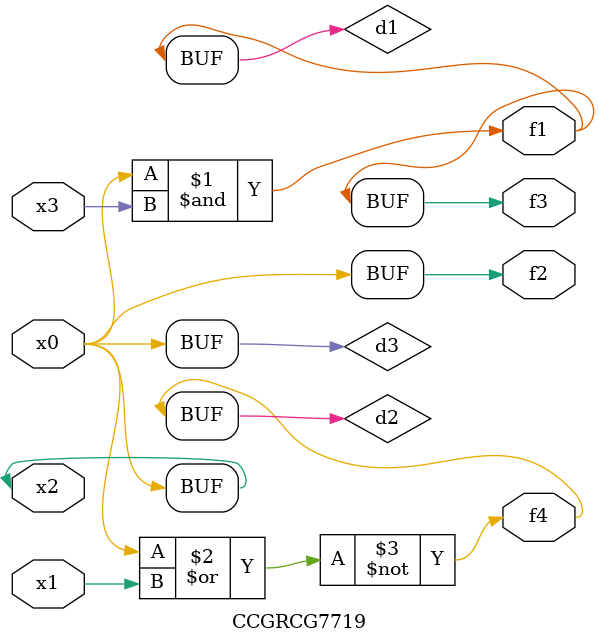
<source format=v>
module CCGRCG7719(
	input x0, x1, x2, x3,
	output f1, f2, f3, f4
);

	wire d1, d2, d3;

	and (d1, x2, x3);
	nor (d2, x0, x1);
	buf (d3, x0, x2);
	assign f1 = d1;
	assign f2 = d3;
	assign f3 = d1;
	assign f4 = d2;
endmodule

</source>
